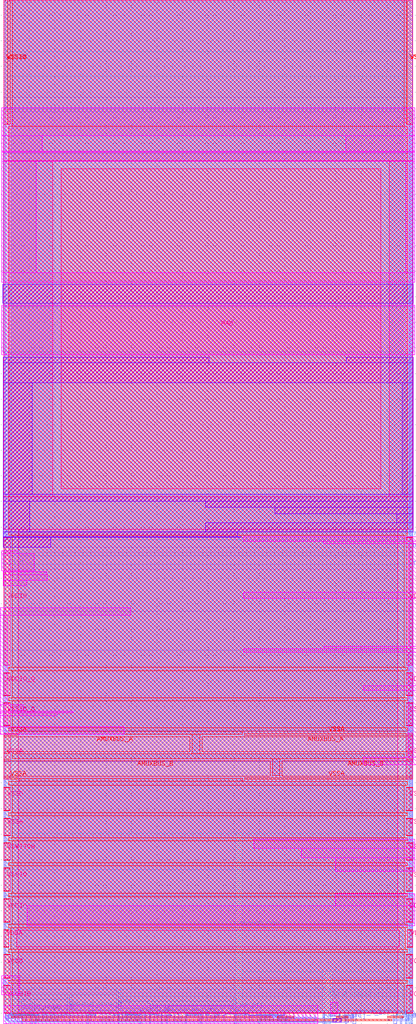
<source format=lef>
VERSION 5.7 ;
  NOWIREEXTENSIONATPIN ON ;
  DIVIDERCHAR "/" ;
  BUSBITCHARS "[]" ;
MACRO sky130_ef_io__gpiov2_pad
  CLASS PAD INOUT ;
  FOREIGN sky130_ef_io__gpiov2_pad ;
  ORIGIN 0.000 0.000 ;
  SIZE 80.000 BY 197.965 ;
  PIN AMUXBUS_A
    DIRECTION INOUT ;
    USE SIGNAL ;
    PORT
      LAYER met4 ;
        RECT 0.000 51.090 36.440 54.070 ;
    END
    PORT
      LAYER met4 ;
        RECT 38.760 51.090 80.000 54.070 ;
    END
  END AMUXBUS_A
  PIN AMUXBUS_B
    DIRECTION INOUT ;
    USE SIGNAL ;
    PORT
      LAYER met4 ;
        RECT 0.000 46.330 52.145 49.310 ;
    END
    PORT
      LAYER met4 ;
        RECT 54.465 46.330 80.000 49.310 ;
    END
  END AMUXBUS_B
  PIN ANALOG_EN
    DIRECTION INPUT ;
    USE SIGNAL ;
    PORT
      LAYER met1 ;
        RECT 62.430 -2.035 62.690 -0.730 ;
    END
  END ANALOG_EN
  PIN ANALOG_POL
    DIRECTION INPUT ;
    USE SIGNAL ;
    PORT
      LAYER met3 ;
        RECT 45.865 -2.035 46.195 34.770 ;
    END
  END ANALOG_POL
  PIN ANALOG_SEL
    DIRECTION INPUT ;
    USE SIGNAL ;
    PORT
      LAYER met2 ;
        RECT 30.750 -2.035 31.010 0.230 ;
    END
  END ANALOG_SEL
  PIN DM[2]
    DIRECTION INPUT ;
    USE SIGNAL ;
    PORT
      LAYER met2 ;
        RECT 28.490 -2.035 28.750 2.035 ;
    END
  END DM[2]
  PIN DM[1]
    DIRECTION INPUT ;
    USE SIGNAL ;
    PORT
      LAYER met2 ;
        RECT 66.835 -2.035 67.095 -0.840 ;
    END
  END DM[1]
  PIN DM[0]
    DIRECTION INPUT ;
    USE SIGNAL ;
    PORT
      LAYER met2 ;
        RECT 49.855 -2.035 50.115 -1.490 ;
    END
  END DM[0]
  PIN ENABLE_H
    DIRECTION INPUT ;
    USE SIGNAL ;
    PORT
      LAYER met2 ;
        RECT 35.460 -2.035 35.720 -0.485 ;
    END
  END ENABLE_H
  PIN ENABLE_INP_H
    DIRECTION INPUT ;
    USE SIGNAL ;
    PORT
      LAYER met2 ;
        RECT 38.390 -2.035 38.650 1.055 ;
    END
  END ENABLE_INP_H
  PIN ENABLE_VDDA_H
    DIRECTION INPUT ;
    USE SIGNAL ;
    PORT
      LAYER met2 ;
        RECT 12.755 -2.035 13.015 3.315 ;
    END
  END ENABLE_VDDA_H
  PIN ENABLE_VDDIO
    DIRECTION INPUT ;
    USE SIGNAL ;
    PORT
      LAYER met3 ;
        RECT 78.580 -2.035 78.910 182.740 ;
    END
  END ENABLE_VDDIO
  PIN ENABLE_VSWITCH_H
    DIRECTION INPUT ;
    USE SIGNAL ;
    PORT
      LAYER met2 ;
        RECT 16.310 -2.035 16.570 0.285 ;
    END
  END ENABLE_VSWITCH_H
  PIN HLD_H_N
    DIRECTION INPUT ;
    USE SIGNAL ;
    PORT
      LAYER met2 ;
        RECT 31.815 -2.035 32.075 1.305 ;
    END
  END HLD_H_N
  PIN HLD_OVR
    DIRECTION INPUT ;
    USE SIGNAL ;
    PORT
      LAYER met2 ;
        RECT 26.600 -2.035 26.860 0.670 ;
    END
  END HLD_OVR
  PIN IB_MODE_SEL
    DIRECTION INPUT ;
    USE SIGNAL ;
    PORT
      LAYER met2 ;
        RECT 5.420 -2.035 5.650 2.440 ;
    END
  END IB_MODE_SEL
  PIN IN
    DIRECTION OUTPUT ;
    USE SIGNAL ;
    PORT
      LAYER met3 ;
        RECT 79.240 -2.035 79.570 187.525 ;
    END
  END IN
  PIN IN_H
    DIRECTION OUTPUT ;
    USE SIGNAL ;
    PORT
      LAYER met3 ;
        RECT 0.400 -2.035 1.020 176.450 ;
    END
  END IN_H
  PIN INP_DIS
    DIRECTION INPUT ;
    USE SIGNAL ;
    PORT
      LAYER met2 ;
        RECT 45.245 -2.035 45.505 3.055 ;
    END
  END INP_DIS
  PIN OE_N
    DIRECTION INPUT ;
    USE SIGNAL ;
    PORT
      LAYER met2 ;
        RECT 3.375 -2.035 3.605 2.440 ;
    END
  END OE_N
  PIN OUT
    DIRECTION INPUT ;
    USE SIGNAL ;
    PORT
      LAYER met2 ;
        RECT 22.355 -2.035 22.615 4.390 ;
    END
  END OUT
  PIN PAD
    DIRECTION INOUT ;
    USE SIGNAL ;
    PORT
      LAYER met5 ;
        RECT 11.200 102.525 73.800 164.975 ;
    END
  END PAD
  PIN PAD_A_ESD_0_H
    DIRECTION INOUT ;
    USE SIGNAL ;
    PORT
      LAYER met2 ;
        RECT 76.280 -2.035 76.920 0.020 ;
    END
  END PAD_A_ESD_0_H
  PIN PAD_A_ESD_1_H
    DIRECTION INOUT ;
    USE SIGNAL ;
    PORT
      LAYER met2 ;
        RECT 68.275 -2.035 68.925 0.235 ;
    END
  END PAD_A_ESD_1_H
  PIN PAD_A_NOESD_H
    DIRECTION INOUT ;
    USE SIGNAL ;
    PORT
      LAYER met3 ;
        RECT 62.820 -2.035 63.890 7.670 ;
    END
  END PAD_A_NOESD_H
  PIN SLOW
    DIRECTION INPUT ;
    USE SIGNAL ;
    PORT
      LAYER met2 ;
        RECT 77.610 -2.035 77.870 -0.850 ;
    END
  END SLOW
  PIN TIE_HI_ESD
    DIRECTION OUTPUT ;
    USE SIGNAL ;
    PORT
      LAYER met2 ;
        RECT 78.705 -2.035 78.905 -0.820 ;
    END
  END TIE_HI_ESD
  PIN TIE_LO_ESD
    DIRECTION OUTPUT ;
    USE SIGNAL ;
    PORT
      LAYER met2 ;
        RECT 79.715 -2.035 79.915 175.835 ;
    END
  END TIE_LO_ESD
  PIN VCCD
    DIRECTION INOUT ;
    USE POWER ;
    PORT
      LAYER met5 ;
        RECT 0.000 6.950 1.270 11.400 ;
    END
    PORT
      LAYER met4 ;
        RECT 0.000 6.850 1.270 11.500 ;
    END
    PORT
      LAYER met5 ;
        RECT 78.730 6.950 80.000 11.400 ;
    END
    PORT
      LAYER met4 ;
        RECT 78.730 6.850 80.000 11.500 ;
    END
  END VCCD
  PIN VCCHIB
    DIRECTION INOUT ;
    USE POWER ;
    PORT
      LAYER met5 ;
        RECT 0.000 0.100 1.270 5.350 ;
    END
    PORT
      LAYER met4 ;
        RECT 0.000 0.000 1.270 5.450 ;
    END
    PORT
      LAYER met5 ;
        RECT 78.730 0.100 80.000 5.350 ;
    END
    PORT
      LAYER met4 ;
        RECT 78.730 0.000 80.000 5.450 ;
    END
  END VCCHIB
  PIN VDDA
    DIRECTION INOUT ;
    USE POWER ;
    PORT
      LAYER met5 ;
        RECT 0.000 13.000 0.965 16.250 ;
    END
    PORT
      LAYER met4 ;
        RECT 0.000 12.900 0.965 16.350 ;
    END
    PORT
      LAYER met5 ;
        RECT 78.970 13.000 80.000 16.250 ;
    END
    PORT
      LAYER met4 ;
        RECT 78.970 12.900 80.000 16.350 ;
    END
  END VDDA
  PIN VDDIO
    DIRECTION INOUT ;
    USE POWER ;
    PORT
      LAYER met5 ;
        RECT 0.000 68.000 1.270 92.950 ;
    END
    PORT
      LAYER met5 ;
        RECT 0.000 17.850 1.270 22.300 ;
    END
    PORT
      LAYER met4 ;
        RECT 0.000 17.750 1.270 22.400 ;
    END
    PORT
      LAYER met4 ;
        RECT 0.000 68.000 1.270 92.965 ;
    END
    PORT
      LAYER met5 ;
        RECT 78.730 68.000 80.000 92.950 ;
    END
    PORT
      LAYER met5 ;
        RECT 78.730 17.850 80.000 22.300 ;
    END
    PORT
      LAYER met4 ;
        RECT 78.730 17.750 80.000 22.400 ;
    END
    PORT
      LAYER met4 ;
        RECT 78.730 68.000 80.000 92.965 ;
    END
  END VDDIO
  PIN VDDIO_Q
    DIRECTION INOUT ;
    USE POWER ;
    PORT
      LAYER met5 ;
        RECT 0.000 62.150 1.270 66.400 ;
    END
    PORT
      LAYER met4 ;
        RECT 0.000 62.050 1.270 66.500 ;
    END
    PORT
      LAYER met5 ;
        RECT 78.730 62.150 80.000 66.400 ;
    END
    PORT
      LAYER met4 ;
        RECT 78.730 62.050 80.000 66.500 ;
    END
  END VDDIO_Q
  PIN VSSA
    DIRECTION INOUT ;
    USE GROUND ;
    PORT
      LAYER met5 ;
        RECT 0.000 45.700 1.270 54.700 ;
    END
    PORT
      LAYER met5 ;
        RECT 0.000 34.805 1.270 38.050 ;
    END
    PORT
      LAYER met4 ;
        RECT 0.000 45.700 2.610 46.030 ;
    END
    PORT
      LAYER met4 ;
        RECT 0.000 49.610 1.270 50.790 ;
    END
    PORT
      LAYER met4 ;
        RECT 0.000 54.370 2.610 54.700 ;
    END
    PORT
      LAYER met4 ;
        RECT 0.000 34.700 1.270 38.150 ;
    END
    PORT
      LAYER met5 ;
        RECT 78.730 45.700 80.000 54.700 ;
    END
    PORT
      LAYER met5 ;
        RECT 78.730 34.805 80.000 38.050 ;
    END
    PORT
      LAYER met4 ;
        RECT 78.730 49.610 80.000 50.790 ;
    END
    PORT
      LAYER met4 ;
        RECT 47.090 54.370 80.000 54.700 ;
    END
    PORT
      LAYER met4 ;
        RECT 47.090 45.700 80.000 46.030 ;
    END
    PORT
      LAYER met4 ;
        RECT 78.730 34.700 80.000 38.150 ;
    END
  END VSSA
  PIN VSSD
    DIRECTION INOUT ;
    USE GROUND ;
    PORT
      LAYER met5 ;
        RECT 0.000 39.650 1.270 44.100 ;
    END
    PORT
      LAYER met4 ;
        RECT 0.000 39.550 1.270 44.200 ;
    END
    PORT
      LAYER met5 ;
        RECT 78.730 39.650 80.000 44.100 ;
    END
    PORT
      LAYER met4 ;
        RECT 78.730 39.550 80.000 44.200 ;
    END
  END VSSD
  PIN VSSIO
    DIRECTION INOUT ;
    USE GROUND ;
    PORT
      LAYER met4 ;
        RECT 0.000 173.750 0.810 197.965 ;
    END
    PORT
      LAYER met5 ;
        RECT 0.000 23.900 1.270 28.350 ;
    END
    PORT
      LAYER met4 ;
        RECT 0.000 173.750 1.270 197.965 ;
    END
    PORT
      LAYER met4 ;
        RECT 0.000 23.800 1.270 28.450 ;
    END
    PORT
      LAYER met4 ;
        RECT 78.970 173.750 80.000 197.965 ;
    END
    PORT
      LAYER met5 ;
        RECT 78.730 23.900 80.000 28.350 ;
    END
    PORT
      LAYER met4 ;
        RECT 78.730 23.800 80.000 28.450 ;
    END
    PORT
      LAYER met4 ;
        RECT 78.730 173.750 80.000 197.965 ;
    END
  END VSSIO
  PIN VSSIO_Q
    DIRECTION INOUT ;
    USE GROUND ;
    PORT
      LAYER met5 ;
        RECT 0.000 56.300 1.270 60.550 ;
    END
    PORT
      LAYER met4 ;
        RECT 0.000 56.200 1.270 60.650 ;
    END
    PORT
      LAYER met5 ;
        RECT 78.730 56.300 80.000 60.550 ;
    END
    PORT
      LAYER met4 ;
        RECT 78.730 56.200 80.000 60.650 ;
    END
  END VSSIO_Q
  PIN VSWITCH
    DIRECTION INOUT ;
    USE POWER ;
    PORT
      LAYER met5 ;
        RECT 0.000 29.950 1.270 33.200 ;
    END
    PORT
      LAYER met4 ;
        RECT 0.000 29.850 1.270 33.300 ;
    END
    PORT
      LAYER met5 ;
        RECT 78.730 29.950 80.000 33.200 ;
    END
    PORT
      LAYER met4 ;
        RECT 78.730 29.850 80.000 33.300 ;
    END
  END VSWITCH
  PIN VTRIP_SEL
    DIRECTION INPUT ;
    USE SIGNAL ;
    PORT
      LAYER met2 ;
        RECT 6.130 -2.035 6.390 -0.485 ;
    END
  END VTRIP_SEL
  OBS
      LAYER nwell ;
        RECT -0.415 171.510 80.435 176.940 ;
        RECT -0.415 168.440 7.515 171.510 ;
        RECT 66.970 168.440 80.435 171.510 ;
        RECT -0.415 168.195 80.435 168.440 ;
        RECT -0.415 166.480 80.440 168.195 ;
        RECT -0.415 144.655 6.385 166.480 ;
        RECT 78.630 144.655 80.440 166.480 ;
        RECT -0.415 142.845 80.440 144.655 ;
      LAYER pwell ;
        RECT -0.160 138.780 80.160 142.400 ;
      LAYER nwell ;
        RECT 46.040 138.345 80.440 138.350 ;
        RECT -0.415 128.630 80.440 138.345 ;
      LAYER pwell ;
        RECT -0.085 127.150 40.115 128.190 ;
        RECT 67.040 127.150 80.160 128.190 ;
        RECT -0.085 123.230 80.160 127.150 ;
        RECT -0.085 101.385 5.605 123.230 ;
        RECT 77.995 101.385 80.160 123.230 ;
        RECT -0.085 100.060 80.160 101.385 ;
        RECT -0.085 94.090 5.085 100.060 ;
        RECT 39.515 98.915 80.160 100.060 ;
        RECT 53.010 97.615 80.160 98.915 ;
        RECT 76.900 95.820 80.160 97.615 ;
        RECT 39.515 94.090 80.160 95.820 ;
        RECT -0.085 94.070 80.160 94.090 ;
        RECT -0.085 93.095 45.710 94.070 ;
        RECT -0.085 93.050 46.460 93.095 ;
        RECT -0.085 91.030 9.170 93.050 ;
      LAYER nwell ;
        RECT 46.940 92.210 80.670 93.130 ;
        RECT 62.650 91.700 80.670 92.210 ;
        RECT -0.415 89.785 2.795 90.365 ;
        RECT -0.415 86.450 5.975 89.785 ;
        RECT -0.120 86.245 5.975 86.450 ;
        RECT -0.120 85.705 8.420 86.245 ;
        RECT -0.120 84.625 8.495 85.705 ;
        RECT -0.120 83.545 4.530 84.625 ;
        RECT 79.240 82.310 80.670 91.700 ;
        RECT 46.940 81.130 80.670 82.310 ;
        RECT -0.715 77.770 24.815 79.200 ;
        RECT -0.715 60.305 0.715 77.770 ;
        RECT 79.240 71.740 80.670 81.130 ;
        RECT 62.650 71.230 80.670 71.740 ;
        RECT 46.940 70.560 80.670 71.230 ;
        RECT 79.125 64.010 80.670 70.560 ;
        RECT 70.335 63.160 80.670 64.010 ;
        RECT -0.715 58.985 3.810 60.305 ;
        RECT -0.715 58.735 13.535 58.985 ;
        RECT -0.715 58.145 10.460 58.735 ;
        RECT -0.715 55.985 0.715 58.145 ;
        RECT -0.715 54.555 23.515 55.985 ;
        RECT 79.125 50.015 80.670 63.160 ;
        RECT 70.335 48.585 80.670 50.015 ;
        RECT 48.915 32.230 80.450 34.020 ;
        RECT 58.275 30.375 80.450 32.230 ;
        RECT 64.830 27.750 80.450 30.375 ;
        RECT 64.830 21.045 80.450 23.310 ;
        RECT 4.580 17.120 80.450 21.045 ;
        RECT -0.415 3.630 3.110 7.290 ;
        RECT 0.000 -2.035 61.490 1.465 ;
        RECT 64.030 -0.145 65.390 2.135 ;
      LAYER pwell ;
        RECT 64.375 -1.785 66.075 -1.035 ;
      LAYER li1 ;
        RECT 0.000 176.610 80.000 197.670 ;
        RECT -0.085 168.055 80.105 176.610 ;
        RECT -0.115 143.180 80.105 168.055 ;
        RECT -0.115 143.120 80.000 143.180 ;
        RECT 0.000 142.400 80.000 143.120 ;
        RECT -0.160 138.780 80.160 142.400 ;
        RECT 0.000 138.115 80.000 138.780 ;
        RECT -0.115 138.020 80.000 138.115 ;
        RECT -0.115 129.240 80.085 138.020 ;
        RECT -0.085 128.960 80.085 129.240 ;
        RECT 0.000 128.190 80.000 128.960 ;
        RECT -0.085 128.185 80.160 128.190 ;
        RECT -0.115 94.070 80.160 128.185 ;
        RECT -0.115 93.860 80.000 94.070 ;
        RECT -0.085 92.545 80.000 93.860 ;
        RECT -0.085 91.030 80.085 92.545 ;
        RECT 0.000 90.035 80.085 91.030 ;
        RECT -0.085 86.780 80.085 90.035 ;
        RECT 0.000 78.570 80.085 86.780 ;
        RECT -0.085 55.185 80.085 78.570 ;
        RECT 0.000 49.215 80.085 55.185 ;
        RECT 0.000 33.690 80.000 49.215 ;
        RECT 0.000 28.080 80.120 33.690 ;
        RECT 0.000 22.980 80.000 28.080 ;
        RECT 0.000 17.450 80.120 22.980 ;
        RECT 0.000 6.960 80.000 17.450 ;
        RECT -0.085 3.960 80.000 6.960 ;
        RECT 0.000 0.000 80.000 3.960 ;
        RECT 0.705 -0.100 0.875 0.000 ;
        RECT 0.705 -0.520 1.625 -0.100 ;
        RECT 2.090 -0.485 2.420 0.000 ;
        RECT 0.705 -1.500 0.875 -0.830 ;
        RECT 1.485 -0.860 1.655 -0.830 ;
        RECT 1.485 -1.390 1.660 -0.860 ;
        RECT 2.590 -1.345 2.760 0.000 ;
        RECT 3.470 -1.195 3.640 0.000 ;
        RECT 3.830 -0.080 4.160 0.000 ;
        RECT 4.350 -1.345 4.520 0.000 ;
        RECT 5.230 -1.195 5.400 0.000 ;
        RECT 6.110 -1.345 6.280 0.000 ;
        RECT 6.730 -1.345 6.900 0.000 ;
        RECT 7.610 -1.205 7.780 0.000 ;
        RECT 8.490 -1.345 8.660 0.000 ;
        RECT 9.370 -1.205 9.540 0.000 ;
        RECT 10.250 -1.345 10.420 0.000 ;
        RECT 10.615 -0.055 10.945 0.000 ;
        RECT 11.130 -1.205 11.300 0.000 ;
        RECT 11.750 -1.345 11.920 0.000 ;
        RECT 12.630 -1.205 12.800 0.000 ;
        RECT 13.510 -1.345 13.680 0.000 ;
        RECT 14.390 -1.205 14.560 0.000 ;
        RECT 15.270 -1.345 15.440 0.000 ;
        RECT 16.150 -1.205 16.320 0.000 ;
        RECT 17.030 -1.345 17.200 0.000 ;
        RECT 17.910 -1.205 18.080 0.000 ;
        RECT 18.790 -1.345 18.960 0.000 ;
        RECT 19.670 -1.205 19.840 0.000 ;
        RECT 20.550 -1.345 20.720 0.000 ;
        RECT 21.430 -1.205 21.600 0.000 ;
        RECT 22.310 -1.345 22.480 0.000 ;
        RECT 23.190 -1.205 23.360 0.000 ;
        RECT 24.070 -1.345 24.240 0.000 ;
        RECT 24.950 -1.205 25.120 0.000 ;
        RECT 25.830 -1.345 26.000 0.000 ;
        RECT 26.710 -1.205 26.880 0.000 ;
        RECT 27.590 -1.345 27.760 0.000 ;
        RECT 28.470 -1.205 28.640 0.000 ;
        RECT 29.350 -1.345 29.520 0.000 ;
        RECT 29.965 -0.050 30.495 0.000 ;
        RECT 29.970 -1.205 30.140 -0.050 ;
        RECT 30.850 -1.345 31.020 0.000 ;
        RECT 31.470 -1.345 31.640 0.000 ;
        RECT 32.350 -1.205 32.520 0.000 ;
        RECT 33.230 -1.345 33.400 0.000 ;
        RECT 34.110 -0.265 34.285 0.000 ;
        RECT 34.110 -1.205 34.280 -0.265 ;
        RECT 37.990 -1.345 38.160 0.000 ;
        RECT 38.870 -1.205 39.040 0.000 ;
        RECT 39.750 -1.345 39.920 0.000 ;
        RECT 40.630 -1.205 40.800 0.000 ;
        RECT 41.250 -1.345 41.420 0.000 ;
        RECT 42.130 -1.195 42.300 0.000 ;
        RECT 43.010 -1.345 43.180 0.000 ;
        RECT 45.290 -0.410 45.460 0.000 ;
        RECT 45.110 -0.580 45.640 -0.410 ;
        RECT 45.290 -1.205 45.460 -0.580 ;
        RECT 46.170 -1.345 46.340 0.000 ;
        RECT 47.050 -1.195 47.220 0.000 ;
        RECT 47.930 -1.345 48.100 0.000 ;
        RECT 48.495 -1.345 48.665 0.000 ;
        RECT 49.375 -1.205 49.545 0.000 ;
        RECT 50.255 -1.345 50.425 0.000 ;
        RECT 51.135 -1.205 51.305 0.000 ;
        RECT 52.015 -1.345 52.185 0.000 ;
        RECT 52.640 -1.205 52.810 0.000 ;
        RECT 53.520 -1.345 53.690 0.000 ;
        RECT 54.400 -1.205 54.570 0.000 ;
        RECT 54.750 -0.215 55.080 0.000 ;
        RECT 55.280 -1.345 55.450 0.000 ;
        RECT 55.830 -1.345 56.000 0.000 ;
        RECT 56.710 -1.205 56.880 0.000 ;
        RECT 57.590 -1.345 57.760 0.000 ;
        RECT 58.470 -1.205 58.640 0.000 ;
        RECT 59.020 -1.345 59.190 0.000 ;
        RECT 59.900 -1.205 60.070 0.000 ;
        RECT 60.780 -1.345 60.950 0.000 ;
        RECT 68.290 -0.095 70.005 0.000 ;
        RECT 72.315 -0.095 74.335 0.000 ;
        RECT 66.380 -0.575 67.270 -0.405 ;
        RECT 67.550 -0.575 68.220 -0.405 ;
        RECT 66.380 -0.795 66.910 -0.785 ;
        RECT 66.380 -0.955 66.965 -0.795 ;
        RECT 1.485 -1.500 1.655 -1.390 ;
        RECT 2.550 -1.705 60.990 -1.535 ;
        RECT 64.375 -1.785 66.075 -1.035 ;
        RECT 66.795 -1.805 66.965 -0.955 ;
        RECT 67.325 -1.805 67.495 -0.795 ;
        RECT 67.855 -0.815 68.025 -0.795 ;
        RECT 67.855 -0.985 68.385 -0.815 ;
        RECT 67.855 -1.805 68.025 -0.985 ;
      LAYER met1 ;
        RECT 0.000 178.940 80.000 197.965 ;
        RECT 0.000 176.865 80.020 178.940 ;
        RECT 0.000 168.055 80.000 176.865 ;
        RECT -0.115 129.240 80.145 168.055 ;
        RECT 0.000 128.185 80.000 129.240 ;
        RECT -0.115 93.860 80.145 128.185 ;
        RECT 0.000 92.545 80.000 93.860 ;
        RECT 0.000 89.445 80.060 92.545 ;
        RECT -0.145 87.715 80.060 89.445 ;
        RECT 0.000 78.600 80.060 87.715 ;
        RECT -0.115 70.895 80.060 78.600 ;
        POLYGON 80.060 70.950 80.115 70.895 80.060 70.895 ;
        RECT -0.115 55.155 80.115 70.895 ;
        RECT 0.000 49.185 80.115 55.155 ;
        RECT 0.000 33.690 80.000 49.185 ;
        RECT 0.000 28.085 80.115 33.690 ;
        RECT 0.000 22.980 80.000 28.085 ;
        RECT 0.000 17.450 80.115 22.980 ;
        RECT 0.000 0.000 80.000 17.450 ;
        RECT 0.260 -0.130 0.520 0.000 ;
        POLYGON 1.045 -0.100 1.045 -0.130 1.015 -0.130 ;
        RECT 1.045 -0.130 1.275 0.000 ;
        POLYGON 1.015 -0.130 1.015 -0.240 0.905 -0.240 ;
        RECT 1.015 -0.200 1.275 -0.130 ;
        RECT 1.015 -0.240 1.235 -0.200 ;
        POLYGON 1.235 -0.200 1.275 -0.200 1.235 -0.240 ;
        POLYGON 0.905 -0.240 0.905 -0.470 0.675 -0.470 ;
        RECT 0.675 -1.465 0.905 -0.470 ;
        POLYGON 0.905 -0.240 1.235 -0.240 0.905 -0.570 ;
        RECT 1.460 -0.610 1.690 0.000 ;
        POLYGON 1.690 -0.235 2.065 -0.610 1.690 -0.610 ;
        RECT 2.140 -0.255 2.370 0.000 ;
        RECT 3.880 -0.080 30.555 0.000 ;
        POLYGON 33.830 0.000 33.910 0.000 33.910 -0.080 ;
        RECT 33.910 -0.080 34.315 0.000 ;
        POLYGON 22.755 -0.080 22.760 -0.080 22.760 -0.085 ;
        RECT 22.760 -0.085 23.425 -0.080 ;
        POLYGON 2.370 -0.085 2.540 -0.255 2.370 -0.255 ;
        POLYGON 22.760 -0.085 22.785 -0.085 22.785 -0.110 ;
        RECT 22.785 -0.110 23.425 -0.085 ;
        POLYGON 23.425 -0.080 23.455 -0.080 23.425 -0.110 ;
        POLYGON 33.910 -0.080 33.940 -0.080 33.940 -0.110 ;
        RECT 33.940 -0.110 34.315 -0.080 ;
        POLYGON 35.570 0.000 35.655 0.000 35.655 -0.085 ;
        RECT 35.655 -0.085 42.895 0.000 ;
        POLYGON 42.895 0.000 42.980 0.000 42.895 -0.085 ;
        POLYGON 43.390 0.000 43.390 -0.085 43.305 -0.085 ;
        RECT 43.390 -0.085 47.720 0.000 ;
        POLYGON 33.940 -0.110 34.085 -0.110 34.085 -0.255 ;
        RECT 2.140 -0.485 18.040 -0.255 ;
        POLYGON 17.370 -0.485 17.400 -0.485 17.400 -0.515 ;
        RECT 17.400 -0.515 18.040 -0.485 ;
        RECT 21.550 -0.540 29.630 -0.280 ;
        RECT 29.770 -0.535 32.915 -0.275 ;
        RECT 34.085 -0.325 34.315 -0.110 ;
        POLYGON 43.305 -0.085 43.305 -0.225 43.165 -0.225 ;
        RECT 43.305 -0.190 47.720 -0.085 ;
        RECT 43.305 -0.225 43.370 -0.190 ;
        RECT 35.460 -0.485 38.120 -0.225 ;
        POLYGON 43.165 -0.225 43.165 -0.350 43.040 -0.350 ;
        RECT 43.165 -0.350 43.370 -0.225 ;
        POLYGON 43.370 -0.190 43.530 -0.190 43.370 -0.350 ;
        POLYGON 47.580 -0.190 47.680 -0.190 47.680 -0.290 ;
        RECT 47.680 -0.290 47.720 -0.190 ;
        POLYGON 47.720 0.000 48.010 -0.290 47.720 -0.290 ;
        POLYGON 54.810 -0.120 54.810 -0.290 54.640 -0.290 ;
        RECT 54.810 -0.290 55.040 0.000 ;
        RECT 56.680 -0.145 56.910 0.000 ;
        POLYGON 47.680 -0.290 47.740 -0.290 47.740 -0.350 ;
        RECT 47.740 -0.350 55.040 -0.290 ;
        RECT 39.390 -0.610 43.110 -0.350 ;
        POLYGON 43.110 -0.350 43.370 -0.350 43.110 -0.610 ;
        RECT 45.040 -0.610 47.515 -0.350 ;
        POLYGON 47.740 -0.350 47.910 -0.350 47.910 -0.520 ;
        RECT 47.910 -0.520 55.040 -0.350 ;
        RECT 1.460 -0.750 2.065 -0.610 ;
        POLYGON 2.065 -0.610 2.205 -0.750 2.065 -0.750 ;
        RECT 62.430 -0.730 62.690 -0.120 ;
        RECT 63.680 -0.595 64.880 0.000 ;
        POLYGON 65.530 0.000 65.635 0.000 65.635 -0.105 ;
        RECT 1.460 -1.765 61.195 -0.750 ;
        RECT 65.635 -0.845 65.775 0.000 ;
        POLYGON 66.830 -0.080 66.830 -0.375 66.535 -0.375 ;
        RECT 66.830 -0.375 67.095 0.000 ;
        RECT 66.320 -0.605 67.095 -0.375 ;
        RECT 67.355 -0.375 67.495 0.000 ;
        POLYGON 68.000 0.000 68.080 0.000 68.080 -0.080 ;
        RECT 68.080 -0.080 68.215 0.000 ;
        POLYGON 68.215 0.000 68.295 -0.080 68.215 -0.080 ;
        POLYGON 68.080 -0.080 68.215 -0.080 68.215 -0.215 ;
        RECT 68.215 -0.215 68.295 -0.080 ;
        POLYGON 67.495 -0.215 67.655 -0.375 67.495 -0.375 ;
        POLYGON 68.215 -0.215 68.295 -0.215 68.295 -0.295 ;
        POLYGON 68.295 -0.080 68.510 -0.295 68.295 -0.295 ;
        POLYGON 68.295 -0.295 68.370 -0.295 68.370 -0.370 ;
        RECT 67.355 -0.605 68.155 -0.375 ;
        POLYGON 68.370 -0.605 68.370 -0.705 68.270 -0.705 ;
        RECT 68.370 -0.705 68.510 -0.295 ;
        POLYGON 65.775 -0.705 65.915 -0.845 65.775 -0.845 ;
        POLYGON 68.270 -0.705 68.270 -0.755 68.220 -0.755 ;
        RECT 68.270 -0.755 68.510 -0.705 ;
        POLYGON 66.320 -0.755 66.320 -0.845 66.230 -0.845 ;
        RECT 66.320 -0.845 66.970 -0.755 ;
        POLYGON 68.220 -0.755 68.220 -0.785 68.190 -0.785 ;
        RECT 68.220 -0.785 68.510 -0.755 ;
        RECT 65.635 -0.985 66.970 -0.845 ;
        RECT 67.795 -1.015 68.510 -0.785 ;
        POLYGON 79.110 -0.915 79.110 -1.015 79.010 -1.015 ;
        RECT 79.110 -1.015 79.370 -0.835 ;
        POLYGON 79.010 -1.015 79.010 -1.125 78.900 -1.125 ;
        RECT 79.010 -1.125 79.370 -1.015 ;
        RECT 64.375 -1.775 67.525 -1.125 ;
        POLYGON 78.900 -1.125 78.900 -1.195 78.830 -1.195 ;
        RECT 78.900 -1.195 79.370 -1.125 ;
        RECT 75.255 -1.475 79.370 -1.195 ;
      LAYER met2 ;
        RECT 0.210 176.115 79.915 197.965 ;
        RECT 0.210 4.670 79.435 176.115 ;
        RECT 0.210 3.595 22.075 4.670 ;
        RECT 0.210 2.720 12.475 3.595 ;
        RECT 0.210 0.000 3.095 2.720 ;
        RECT 3.885 0.000 5.140 2.720 ;
        RECT 5.930 0.000 12.475 2.720 ;
        RECT 13.295 0.565 22.075 3.595 ;
        RECT 13.295 0.000 16.030 0.565 ;
        RECT 16.850 0.000 22.075 0.565 ;
        RECT 22.895 3.335 79.435 4.670 ;
        RECT 22.895 2.315 44.965 3.335 ;
        RECT 22.895 0.950 28.210 2.315 ;
        RECT 22.895 0.150 26.320 0.950 ;
        RECT 22.785 0.000 26.320 0.150 ;
        RECT 27.140 0.000 28.210 0.950 ;
        RECT 29.030 1.585 44.965 2.315 ;
        RECT 29.030 0.510 31.535 1.585 ;
        RECT 29.030 0.000 30.470 0.510 ;
        RECT 31.290 0.000 31.535 0.510 ;
        RECT 32.355 1.335 44.965 1.585 ;
        RECT 32.355 0.720 38.110 1.335 ;
        RECT 32.355 0.000 38.120 0.720 ;
        RECT 38.930 0.000 44.965 1.335 ;
        RECT 45.785 0.515 79.435 3.335 ;
        RECT 45.785 0.000 67.995 0.515 ;
        RECT 69.205 0.300 79.435 0.515 ;
        RECT 69.205 0.000 76.000 0.300 ;
        RECT 77.200 0.020 79.435 0.300 ;
        RECT 76.920 0.000 79.435 0.020 ;
        RECT 0.260 -1.065 0.520 0.000 ;
        RECT 1.080 -0.340 1.380 0.000 ;
        POLYGON 1.380 0.000 1.720 -0.340 1.380 -0.340 ;
        POLYGON 0.260 -1.065 0.520 -1.065 0.520 -1.325 ;
        POLYGON 0.520 -0.955 0.680 -1.115 0.520 -1.115 ;
        RECT 1.080 -1.110 1.720 -0.340 ;
        RECT 0.520 -1.325 0.680 -1.115 ;
        POLYGON 0.520 -1.325 0.670 -1.325 0.670 -1.475 ;
        RECT 0.670 -1.475 0.680 -1.325 ;
        POLYGON 0.680 -1.115 1.040 -1.475 0.680 -1.475 ;
        POLYGON 0.670 -1.475 0.930 -1.475 0.930 -1.735 ;
        RECT 0.930 -1.735 2.160 -1.475 ;
        RECT 2.365 -1.735 3.005 0.000 ;
        POLYGON 6.615 0.000 6.615 -0.020 6.595 -0.020 ;
        RECT 6.615 -0.020 6.965 0.000 ;
        POLYGON 6.965 0.000 6.985 0.000 6.965 -0.020 ;
        POLYGON 6.595 -0.020 6.595 -0.390 6.225 -0.390 ;
        POLYGON 6.595 -0.020 6.965 -0.020 6.595 -0.390 ;
        POLYGON 17.600 -0.080 17.600 -0.255 17.425 -0.255 ;
        RECT 17.600 -0.255 17.860 0.000 ;
        POLYGON 17.860 -0.080 18.035 -0.255 17.860 -0.255 ;
        POLYGON 6.225 -0.390 6.225 -0.485 6.130 -0.485 ;
        RECT 6.225 -0.485 6.500 -0.390 ;
        POLYGON 6.500 -0.390 6.595 -0.390 6.500 -0.485 ;
        POLYGON 6.390 -0.485 6.500 -0.485 6.390 -0.595 ;
        RECT 17.400 -0.515 18.040 -0.255 ;
        RECT 6.895 -1.765 10.715 -0.755 ;
        RECT 19.235 -1.765 21.375 0.000 ;
        POLYGON 21.775 -0.110 21.775 -0.280 21.605 -0.280 ;
        RECT 21.775 -0.280 22.035 0.000 ;
        RECT 22.785 -0.110 23.425 0.000 ;
        POLYGON 24.045 0.000 24.045 -0.110 23.935 -0.110 ;
        RECT 24.045 -0.110 26.265 0.000 ;
        POLYGON 23.935 -0.110 23.935 -0.125 23.920 -0.125 ;
        RECT 23.935 -0.125 26.265 -0.110 ;
        POLYGON 22.035 -0.125 22.190 -0.280 22.035 -0.280 ;
        POLYGON 23.920 -0.125 23.920 -0.150 23.895 -0.150 ;
        RECT 23.920 -0.150 26.265 -0.125 ;
        RECT 21.550 -0.540 22.190 -0.280 ;
        POLYGON 23.895 -0.150 23.895 -0.350 23.695 -0.350 ;
        RECT 23.895 -0.350 26.265 -0.150 ;
        POLYGON 23.695 -0.350 23.695 -0.540 23.505 -0.540 ;
        RECT 23.695 -0.540 26.265 -0.350 ;
        POLYGON 29.085 -0.185 29.085 -0.280 28.990 -0.280 ;
        RECT 29.085 -0.280 29.350 0.000 ;
        POLYGON 29.350 0.000 29.630 -0.280 29.350 -0.280 ;
        RECT 28.990 -0.540 29.630 -0.280 ;
        RECT 29.770 -0.535 30.410 0.000 ;
        POLYGON 32.355 -0.085 32.355 -0.165 32.275 -0.165 ;
        RECT 32.355 -0.165 32.615 0.000 ;
        RECT 32.275 -0.275 32.615 -0.165 ;
        POLYGON 32.615 -0.085 32.805 -0.275 32.615 -0.275 ;
        RECT 32.275 -0.535 32.915 -0.275 ;
        POLYGON 23.505 -0.540 23.505 -0.750 23.295 -0.750 ;
        RECT 23.505 -0.750 26.265 -0.540 ;
        RECT 22.995 -1.760 26.265 -0.750 ;
        RECT 33.400 -1.765 34.670 0.000 ;
        POLYGON 35.325 0.000 35.350 0.000 35.350 -0.025 ;
        RECT 35.350 -0.025 35.695 0.000 ;
        POLYGON 35.695 0.000 35.720 -0.025 35.695 -0.025 ;
        POLYGON 37.705 0.000 37.705 -0.025 37.680 -0.025 ;
        RECT 37.705 -0.025 38.120 0.000 ;
        POLYGON 35.350 -0.025 35.460 -0.025 35.460 -0.135 ;
        RECT 35.460 -0.225 35.720 -0.025 ;
        POLYGON 35.720 -0.025 35.920 -0.225 35.720 -0.225 ;
        POLYGON 37.680 -0.025 37.680 -0.225 37.480 -0.225 ;
        RECT 37.680 -0.225 38.120 -0.025 ;
        RECT 35.460 -0.485 36.100 -0.225 ;
        RECT 37.480 -0.485 38.120 -0.225 ;
        POLYGON 39.770 -0.005 39.770 -0.350 39.425 -0.350 ;
        RECT 39.770 -0.350 40.030 0.000 ;
        POLYGON 42.060 0.000 42.060 -0.310 41.750 -0.310 ;
        RECT 42.060 -0.310 42.120 0.000 ;
        POLYGON 42.120 0.000 42.430 0.000 42.120 -0.310 ;
        POLYGON 47.375 -0.180 47.375 -0.310 47.245 -0.310 ;
        RECT 47.375 -0.310 47.515 0.000 ;
        RECT 49.395 -0.165 50.165 0.000 ;
        POLYGON 35.720 -0.485 35.920 -0.485 35.720 -0.685 ;
        RECT 39.390 -0.610 40.030 -0.350 ;
        POLYGON 41.750 -0.310 41.750 -0.610 41.450 -0.610 ;
        POLYGON 41.450 -0.610 41.450 -0.680 41.380 -0.680 ;
        RECT 41.450 -0.680 41.750 -0.610 ;
        POLYGON 41.750 -0.310 42.120 -0.310 41.750 -0.680 ;
        POLYGON 47.245 -0.310 47.245 -0.350 47.205 -0.350 ;
        RECT 47.245 -0.350 47.515 -0.310 ;
        RECT 46.770 -0.610 47.515 -0.350 ;
        POLYGON 51.970 -0.330 51.970 -0.570 51.730 -0.570 ;
        RECT 51.970 -0.570 52.230 0.000 ;
        RECT 52.525 -0.040 54.155 0.000 ;
        POLYGON 52.525 -0.040 52.825 -0.040 52.825 -0.340 ;
        RECT 52.825 -0.340 54.155 -0.040 ;
        POLYGON 52.230 -0.340 52.460 -0.570 52.230 -0.570 ;
        POLYGON 41.380 -0.680 41.380 -0.685 41.375 -0.685 ;
        RECT 41.380 -0.685 41.530 -0.680 ;
        POLYGON 41.375 -0.685 41.375 -0.705 41.355 -0.705 ;
        RECT 41.375 -0.705 41.530 -0.685 ;
        POLYGON 38.650 -0.705 38.845 -0.900 38.650 -0.900 ;
        POLYGON 41.355 -0.705 41.355 -0.900 41.160 -0.900 ;
        RECT 41.355 -0.900 41.530 -0.705 ;
        POLYGON 41.530 -0.680 41.750 -0.680 41.530 -0.900 ;
        RECT 51.690 -0.850 52.460 -0.570 ;
        POLYGON 52.825 -0.340 53.335 -0.340 53.335 -0.850 ;
        RECT 53.335 -0.850 54.155 -0.340 ;
        POLYGON 53.335 -0.850 53.385 -0.850 53.385 -0.900 ;
        RECT 53.385 -0.900 54.155 -0.850 ;
        RECT 38.650 -1.160 41.270 -0.900 ;
        POLYGON 41.270 -0.900 41.530 -0.900 41.270 -1.160 ;
        POLYGON 53.385 -0.900 53.645 -0.900 53.645 -1.160 ;
        RECT 53.645 -0.985 54.155 -0.900 ;
        POLYGON 54.155 -0.185 54.955 -0.985 54.155 -0.985 ;
        RECT 62.430 -0.760 62.690 0.000 ;
        RECT 63.680 -0.595 64.385 0.000 ;
        POLYGON 76.920 0.000 77.330 0.000 76.920 -0.410 ;
        RECT 66.540 -0.840 67.360 -0.560 ;
        POLYGON 66.540 -0.840 66.685 -0.840 66.685 -0.985 ;
        RECT 66.685 -0.985 66.835 -0.840 ;
        RECT 53.645 -1.160 65.200 -0.985 ;
        POLYGON 66.685 -0.985 66.835 -0.985 66.835 -1.135 ;
        POLYGON 67.095 -0.840 67.360 -0.840 67.095 -1.105 ;
        RECT 77.390 -0.850 78.210 -0.570 ;
        POLYGON 78.710 -0.815 78.710 -0.820 78.705 -0.820 ;
        RECT 78.710 -0.820 78.910 0.000 ;
        POLYGON 77.410 -0.850 77.610 -0.850 77.610 -1.050 ;
        RECT 77.870 -1.050 77.980 -0.850 ;
        POLYGON 77.980 -0.850 78.180 -0.850 77.980 -1.050 ;
        RECT 78.905 -0.905 78.910 -0.820 ;
        POLYGON 78.905 -0.905 78.910 -0.905 78.905 -0.910 ;
        RECT 77.870 -1.105 77.925 -1.050 ;
        POLYGON 77.925 -1.050 77.980 -1.050 77.925 -1.105 ;
        RECT 77.870 -1.135 77.895 -1.105 ;
        POLYGON 77.895 -1.105 77.925 -1.105 77.895 -1.135 ;
        POLYGON 77.870 -1.135 77.895 -1.135 77.870 -1.160 ;
        POLYGON 38.650 -1.160 38.845 -1.160 38.650 -1.355 ;
        POLYGON 53.645 -1.160 53.695 -1.160 53.695 -1.210 ;
        RECT 53.695 -1.210 65.200 -1.160 ;
        RECT 49.590 -1.490 50.360 -1.210 ;
        POLYGON 49.590 -1.490 49.855 -1.490 49.855 -1.755 ;
        POLYGON 50.115 -1.490 50.360 -1.490 50.115 -1.735 ;
        POLYGON 53.695 -1.210 54.155 -1.210 54.155 -1.670 ;
        RECT 54.155 -1.670 65.200 -1.210 ;
        RECT 75.125 -1.475 75.895 -1.195 ;
        RECT 79.110 -1.475 79.370 0.000 ;
        POLYGON 54.155 -1.670 54.220 -1.670 54.220 -1.735 ;
        RECT 54.220 -1.735 65.200 -1.670 ;
        POLYGON 54.220 -1.735 54.240 -1.735 54.240 -1.755 ;
        RECT 54.240 -1.755 65.200 -1.735 ;
        POLYGON 54.240 -1.755 54.250 -1.755 54.250 -1.765 ;
        RECT 54.250 -1.765 65.200 -1.755 ;
        POLYGON 54.250 -1.765 54.270 -1.765 54.270 -1.785 ;
        RECT 54.270 -1.785 65.200 -1.765 ;
      LAYER met3 ;
        RECT 0.400 187.925 79.570 197.965 ;
        RECT 0.400 183.140 78.840 187.925 ;
        RECT 0.400 176.850 78.180 183.140 ;
        RECT 1.420 35.170 78.180 176.850 ;
        RECT 1.420 0.000 45.465 35.170 ;
        RECT 46.595 8.070 78.180 35.170 ;
        RECT 46.595 0.000 62.420 8.070 ;
        RECT 64.290 0.000 78.180 8.070 ;
        RECT 1.415 -1.090 2.205 -0.360 ;
        POLYGON 3.680 -1.125 3.680 -1.175 3.630 -1.175 ;
        RECT 3.680 -1.175 4.010 0.000 ;
        POLYGON 4.010 -0.775 4.410 -1.175 4.010 -1.175 ;
        RECT 3.630 -1.495 4.410 -1.175 ;
        RECT 6.455 -1.790 10.715 0.000 ;
        RECT 22.635 -1.785 27.635 0.000 ;
        RECT 49.415 -0.190 53.035 0.000 ;
        POLYGON 53.035 0.000 53.225 -0.190 53.035 -0.190 ;
        POLYGON 52.755 -0.190 53.110 -0.190 53.110 -0.545 ;
        RECT 53.110 -0.545 53.225 -0.190 ;
        POLYGON 53.225 -0.190 53.580 -0.545 53.225 -0.545 ;
        POLYGON 65.510 -0.310 65.510 -0.545 65.275 -0.545 ;
        RECT 65.510 -0.545 65.815 0.000 ;
        POLYGON 77.075 0.000 77.075 -0.415 76.660 -0.415 ;
        RECT 77.075 -0.415 77.110 0.000 ;
        POLYGON 77.110 0.000 77.525 0.000 77.110 -0.415 ;
        POLYGON 76.660 -0.415 76.660 -0.535 76.540 -0.535 ;
        RECT 51.685 -0.875 52.465 -0.545 ;
        POLYGON 53.110 -0.545 53.225 -0.545 53.225 -0.660 ;
        RECT 53.225 -0.660 54.320 -0.545 ;
        POLYGON 53.225 -0.660 53.430 -0.660 53.430 -0.865 ;
        RECT 53.430 -0.865 54.320 -0.660 ;
        POLYGON 55.510 -0.545 55.510 -0.865 55.190 -0.865 ;
        RECT 55.510 -0.865 56.785 -0.545 ;
        RECT 65.035 -0.865 65.815 -0.545 ;
        RECT 66.560 -0.865 67.340 -0.535 ;
        POLYGON 76.540 -0.535 76.540 -0.545 76.530 -0.545 ;
        RECT 76.540 -0.545 76.660 -0.535 ;
        RECT 75.120 -0.865 76.660 -0.545 ;
        POLYGON 76.660 -0.415 77.110 -0.415 76.660 -0.865 ;
        POLYGON 55.190 -0.865 55.190 -0.875 55.180 -0.875 ;
        RECT 55.190 -0.875 55.510 -0.865 ;
        POLYGON 55.180 -0.875 55.180 -0.995 55.060 -0.995 ;
        RECT 55.180 -0.995 55.510 -0.875 ;
        POLYGON 55.510 -0.865 55.640 -0.865 55.510 -0.995 ;
        RECT 77.410 -0.875 78.190 -0.545 ;
        POLYGON 55.060 -0.995 55.060 -1.185 54.870 -1.185 ;
        RECT 55.060 -1.185 55.205 -0.995 ;
        RECT 49.610 -1.300 55.205 -1.185 ;
        POLYGON 55.205 -0.995 55.510 -0.995 55.205 -1.300 ;
        RECT 49.610 -1.505 55.000 -1.300 ;
        POLYGON 55.000 -1.300 55.205 -1.300 55.000 -1.505 ;
        RECT 75.145 -1.500 75.925 -1.170 ;
        RECT 49.610 -1.515 50.340 -1.505 ;
        POLYGON 50.340 -1.505 50.350 -1.505 50.340 -1.515 ;
      LAYER met4 ;
        RECT 1.670 173.350 78.330 197.965 ;
        RECT 0.965 93.365 78.970 173.350 ;
        RECT 1.670 67.600 78.330 93.365 ;
        RECT 0.965 66.900 78.970 67.600 ;
        RECT 1.670 61.650 78.330 66.900 ;
        RECT 0.965 61.050 78.970 61.650 ;
        RECT 1.670 55.800 78.330 61.050 ;
        RECT 0.965 55.100 78.970 55.800 ;
        RECT 3.010 54.470 46.690 55.100 ;
        RECT 36.840 50.690 38.360 54.470 ;
        RECT 1.670 49.710 78.330 50.690 ;
        RECT 52.545 46.430 54.065 49.710 ;
        RECT 3.010 45.300 46.690 45.930 ;
        RECT 0.965 44.600 78.970 45.300 ;
        RECT 1.670 39.150 78.330 44.600 ;
        RECT 0.965 38.550 78.970 39.150 ;
        RECT 1.670 34.300 78.330 38.550 ;
        RECT 0.965 33.700 78.970 34.300 ;
        RECT 1.670 29.450 78.330 33.700 ;
        RECT 0.965 28.850 78.970 29.450 ;
        RECT 1.670 23.400 78.330 28.850 ;
        RECT 0.965 22.800 78.970 23.400 ;
        RECT 1.670 17.350 78.330 22.800 ;
        RECT 0.965 16.750 78.970 17.350 ;
        RECT 1.365 12.500 78.570 16.750 ;
        RECT 0.965 11.900 78.970 12.500 ;
        RECT 1.670 6.450 78.330 11.900 ;
        RECT 0.965 5.850 78.970 6.450 ;
        RECT 1.670 0.000 78.330 5.850 ;
        RECT 1.450 -0.870 52.440 -0.540 ;
        RECT 53.565 -0.870 56.760 -0.540 ;
        RECT 65.060 -0.870 67.315 -0.540 ;
        RECT 75.145 -0.870 78.165 -0.540 ;
        RECT 3.655 -1.500 75.900 -1.170 ;
      LAYER met5 ;
        RECT 0.000 166.575 80.000 197.965 ;
        RECT 0.000 100.925 9.600 166.575 ;
        RECT 75.400 100.925 80.000 166.575 ;
        RECT 0.000 94.550 80.000 100.925 ;
        RECT 2.870 16.250 77.130 94.550 ;
        RECT 2.565 13.000 77.370 16.250 ;
        RECT 2.870 0.100 77.130 13.000 ;
  END
END sky130_ef_io__gpiov2_pad
END LIBRARY


</source>
